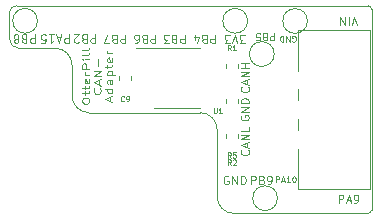
<source format=gto>
G04 #@! TF.GenerationSoftware,KiCad,Pcbnew,6.0.0-d3dd2cf0fa~116~ubuntu20.04.1*
G04 #@! TF.CreationDate,2022-01-19T00:38:57+01:00*
G04 #@! TF.ProjectId,OtterPill-CAN,4f747465-7250-4696-9c6c-2d43414e2e6b,rev?*
G04 #@! TF.SameCoordinates,Original*
G04 #@! TF.FileFunction,Legend,Top*
G04 #@! TF.FilePolarity,Positive*
%FSLAX46Y46*%
G04 Gerber Fmt 4.6, Leading zero omitted, Abs format (unit mm)*
G04 Created by KiCad (PCBNEW 6.0.0-d3dd2cf0fa~116~ubuntu20.04.1) date 2022-01-19 00:38:57*
%MOMM*%
%LPD*%
G01*
G04 APERTURE LIST*
G04 #@! TA.AperFunction,Profile*
%ADD10C,0.050000*%
G04 #@! TD*
%ADD11C,0.100000*%
%ADD12C,0.120000*%
%ADD13C,0.112500*%
G04 APERTURE END LIST*
D10*
X62900000Y-37400000D02*
G75*
G03*
X63200000Y-37100000I0J300000D01*
G01*
X63200000Y-20100000D02*
G75*
G03*
X62900000Y-19800000I-300000J0D01*
G01*
X33140000Y-19800000D02*
G75*
G03*
X32530000Y-20410000I0J-610000D01*
G01*
D11*
X57765610Y-21100000D02*
G75*
G03*
X57765610Y-21100000I-1045610J0D01*
G01*
X55225610Y-36100000D02*
G75*
G03*
X55225610Y-36100000I-1045610J0D01*
G01*
X34905610Y-21090000D02*
G75*
G03*
X34905610Y-21090000I-1045610J0D01*
G01*
X52695610Y-21090000D02*
G75*
G03*
X52695610Y-21090000I-1045610J0D01*
G01*
X54945610Y-23900000D02*
G75*
G03*
X54945610Y-23900000I-1045610J0D01*
G01*
D10*
X33320000Y-23405246D02*
X36404426Y-23405246D01*
X32530000Y-22615246D02*
G75*
G03*
X33320000Y-23405246I790000J0D01*
G01*
X37834459Y-24835279D02*
G75*
G03*
X36404426Y-23405246I-1430033J0D01*
G01*
X37834459Y-27430000D02*
X37834459Y-24835279D01*
D11*
X52140000Y-29113333D02*
X52106666Y-29180000D01*
X52106666Y-29280000D01*
X52140000Y-29380000D01*
X52206666Y-29446666D01*
X52273333Y-29480000D01*
X52406666Y-29513333D01*
X52506666Y-29513333D01*
X52640000Y-29480000D01*
X52706666Y-29446666D01*
X52773333Y-29380000D01*
X52806666Y-29280000D01*
X52806666Y-29213333D01*
X52773333Y-29113333D01*
X52740000Y-29080000D01*
X52506666Y-29080000D01*
X52506666Y-29213333D01*
X52806666Y-28780000D02*
X52106666Y-28780000D01*
X52806666Y-28380000D01*
X52106666Y-28380000D01*
X52806666Y-28046666D02*
X52106666Y-28046666D01*
X52106666Y-27880000D01*
X52140000Y-27780000D01*
X52206666Y-27713333D01*
X52273333Y-27680000D01*
X52406666Y-27646666D01*
X52506666Y-27646666D01*
X52640000Y-27680000D01*
X52706666Y-27713333D01*
X52773333Y-27780000D01*
X52806666Y-27880000D01*
X52806666Y-28046666D01*
X52750000Y-32033333D02*
X52783333Y-32066666D01*
X52816666Y-32166666D01*
X52816666Y-32233333D01*
X52783333Y-32333333D01*
X52716666Y-32400000D01*
X52650000Y-32433333D01*
X52516666Y-32466666D01*
X52416666Y-32466666D01*
X52283333Y-32433333D01*
X52216666Y-32400000D01*
X52150000Y-32333333D01*
X52116666Y-32233333D01*
X52116666Y-32166666D01*
X52150000Y-32066666D01*
X52183333Y-32033333D01*
X52616666Y-31766666D02*
X52616666Y-31433333D01*
X52816666Y-31833333D02*
X52116666Y-31600000D01*
X52816666Y-31366666D01*
X52816666Y-31133333D02*
X52116666Y-31133333D01*
X52816666Y-30733333D01*
X52116666Y-30733333D01*
X52816666Y-30066666D02*
X52816666Y-30400000D01*
X52116666Y-30400000D01*
X52760000Y-26696666D02*
X52793333Y-26730000D01*
X52826666Y-26830000D01*
X52826666Y-26896666D01*
X52793333Y-26996666D01*
X52726666Y-27063333D01*
X52660000Y-27096666D01*
X52526666Y-27130000D01*
X52426666Y-27130000D01*
X52293333Y-27096666D01*
X52226666Y-27063333D01*
X52160000Y-26996666D01*
X52126666Y-26896666D01*
X52126666Y-26830000D01*
X52160000Y-26730000D01*
X52193333Y-26696666D01*
X52626666Y-26430000D02*
X52626666Y-26096666D01*
X52826666Y-26496666D02*
X52126666Y-26263333D01*
X52826666Y-26030000D01*
X52826666Y-25796666D02*
X52126666Y-25796666D01*
X52826666Y-25396666D01*
X52126666Y-25396666D01*
X52826666Y-25063333D02*
X52126666Y-25063333D01*
X52460000Y-25063333D02*
X52460000Y-24663333D01*
X52826666Y-24663333D02*
X52126666Y-24663333D01*
D10*
X50115574Y-35969966D02*
G75*
G03*
X51545608Y-37400000I1430034J0D01*
G01*
X37834459Y-27430000D02*
G75*
G03*
X39264493Y-28860034I1430034J0D01*
G01*
X48685540Y-28860000D02*
X39264493Y-28860034D01*
X50115574Y-30290034D02*
G75*
G03*
X48685540Y-28860000I-1430034J0D01*
G01*
X50115574Y-35969966D02*
X50115574Y-30290034D01*
D12*
X38705428Y-27923333D02*
X38705428Y-27770952D01*
X38734000Y-27694761D01*
X38791142Y-27618571D01*
X38905428Y-27580476D01*
X39105428Y-27580476D01*
X39219714Y-27618571D01*
X39276857Y-27694761D01*
X39305428Y-27770952D01*
X39305428Y-27923333D01*
X39276857Y-27999523D01*
X39219714Y-28075714D01*
X39105428Y-28113809D01*
X38905428Y-28113809D01*
X38791142Y-28075714D01*
X38734000Y-27999523D01*
X38705428Y-27923333D01*
X38905428Y-27351904D02*
X38905428Y-27047142D01*
X38705428Y-27237619D02*
X39219714Y-27237619D01*
X39276857Y-27199523D01*
X39305428Y-27123333D01*
X39305428Y-27047142D01*
X38905428Y-26894761D02*
X38905428Y-26590000D01*
X38705428Y-26780476D02*
X39219714Y-26780476D01*
X39276857Y-26742380D01*
X39305428Y-26666190D01*
X39305428Y-26590000D01*
X39276857Y-26018571D02*
X39305428Y-26094761D01*
X39305428Y-26247142D01*
X39276857Y-26323333D01*
X39219714Y-26361428D01*
X38991142Y-26361428D01*
X38934000Y-26323333D01*
X38905428Y-26247142D01*
X38905428Y-26094761D01*
X38934000Y-26018571D01*
X38991142Y-25980476D01*
X39048285Y-25980476D01*
X39105428Y-26361428D01*
X39305428Y-25637619D02*
X38905428Y-25637619D01*
X39019714Y-25637619D02*
X38962571Y-25599523D01*
X38934000Y-25561428D01*
X38905428Y-25485238D01*
X38905428Y-25409047D01*
X39305428Y-25142380D02*
X38705428Y-25142380D01*
X38705428Y-24837619D01*
X38734000Y-24761428D01*
X38762571Y-24723333D01*
X38819714Y-24685238D01*
X38905428Y-24685238D01*
X38962571Y-24723333D01*
X38991142Y-24761428D01*
X39019714Y-24837619D01*
X39019714Y-25142380D01*
X39305428Y-24342380D02*
X38905428Y-24342380D01*
X38705428Y-24342380D02*
X38734000Y-24380476D01*
X38762571Y-24342380D01*
X38734000Y-24304285D01*
X38705428Y-24342380D01*
X38762571Y-24342380D01*
X39305428Y-23847142D02*
X39276857Y-23923333D01*
X39219714Y-23961428D01*
X38705428Y-23961428D01*
X39305428Y-23428095D02*
X39276857Y-23504285D01*
X39219714Y-23542380D01*
X38705428Y-23542380D01*
X40214285Y-26799523D02*
X40242857Y-26837619D01*
X40271428Y-26951904D01*
X40271428Y-27028095D01*
X40242857Y-27142380D01*
X40185714Y-27218571D01*
X40128571Y-27256666D01*
X40014285Y-27294761D01*
X39928571Y-27294761D01*
X39814285Y-27256666D01*
X39757142Y-27218571D01*
X39700000Y-27142380D01*
X39671428Y-27028095D01*
X39671428Y-26951904D01*
X39700000Y-26837619D01*
X39728571Y-26799523D01*
X40100000Y-26494761D02*
X40100000Y-26113809D01*
X40271428Y-26570952D02*
X39671428Y-26304285D01*
X40271428Y-26037619D01*
X40271428Y-25770952D02*
X39671428Y-25770952D01*
X40271428Y-25313809D01*
X39671428Y-25313809D01*
X40042857Y-24932857D02*
X40042857Y-24323333D01*
X41066000Y-27885238D02*
X41066000Y-27504285D01*
X41237428Y-27961428D02*
X40637428Y-27694761D01*
X41237428Y-27428095D01*
X41237428Y-26818571D02*
X40637428Y-26818571D01*
X41208857Y-26818571D02*
X41237428Y-26894761D01*
X41237428Y-27047142D01*
X41208857Y-27123333D01*
X41180285Y-27161428D01*
X41123142Y-27199523D01*
X40951714Y-27199523D01*
X40894571Y-27161428D01*
X40866000Y-27123333D01*
X40837428Y-27047142D01*
X40837428Y-26894761D01*
X40866000Y-26818571D01*
X41237428Y-26094761D02*
X40923142Y-26094761D01*
X40866000Y-26132857D01*
X40837428Y-26209047D01*
X40837428Y-26361428D01*
X40866000Y-26437619D01*
X41208857Y-26094761D02*
X41237428Y-26170952D01*
X41237428Y-26361428D01*
X41208857Y-26437619D01*
X41151714Y-26475714D01*
X41094571Y-26475714D01*
X41037428Y-26437619D01*
X41008857Y-26361428D01*
X41008857Y-26170952D01*
X40980285Y-26094761D01*
X40837428Y-25713809D02*
X41437428Y-25713809D01*
X40866000Y-25713809D02*
X40837428Y-25637619D01*
X40837428Y-25485238D01*
X40866000Y-25409047D01*
X40894571Y-25370952D01*
X40951714Y-25332857D01*
X41123142Y-25332857D01*
X41180285Y-25370952D01*
X41208857Y-25409047D01*
X41237428Y-25485238D01*
X41237428Y-25637619D01*
X41208857Y-25713809D01*
X40837428Y-25104285D02*
X40837428Y-24799523D01*
X40637428Y-24990000D02*
X41151714Y-24990000D01*
X41208857Y-24951904D01*
X41237428Y-24875714D01*
X41237428Y-24799523D01*
X41208857Y-24228095D02*
X41237428Y-24304285D01*
X41237428Y-24456666D01*
X41208857Y-24532857D01*
X41151714Y-24570952D01*
X40923142Y-24570952D01*
X40866000Y-24532857D01*
X40837428Y-24456666D01*
X40837428Y-24304285D01*
X40866000Y-24228095D01*
X40923142Y-24190000D01*
X40980285Y-24190000D01*
X41037428Y-24570952D01*
X41237428Y-23847142D02*
X40837428Y-23847142D01*
X40951714Y-23847142D02*
X40894571Y-23809047D01*
X40866000Y-23770952D01*
X40837428Y-23694761D01*
X40837428Y-23618571D01*
D11*
X51061666Y-34250000D02*
X50995000Y-34216666D01*
X50895000Y-34216666D01*
X50795000Y-34250000D01*
X50728333Y-34316666D01*
X50695000Y-34383333D01*
X50661666Y-34516666D01*
X50661666Y-34616666D01*
X50695000Y-34750000D01*
X50728333Y-34816666D01*
X50795000Y-34883333D01*
X50895000Y-34916666D01*
X50961666Y-34916666D01*
X51061666Y-34883333D01*
X51095000Y-34850000D01*
X51095000Y-34616666D01*
X50961666Y-34616666D01*
X51395000Y-34916666D02*
X51395000Y-34216666D01*
X51795000Y-34916666D01*
X51795000Y-34216666D01*
X52128333Y-34916666D02*
X52128333Y-34216666D01*
X52295000Y-34216666D01*
X52395000Y-34250000D01*
X52461666Y-34316666D01*
X52495000Y-34383333D01*
X52528333Y-34516666D01*
X52528333Y-34616666D01*
X52495000Y-34750000D01*
X52461666Y-34816666D01*
X52395000Y-34883333D01*
X52295000Y-34916666D01*
X52128333Y-34916666D01*
X52983333Y-34916666D02*
X52983333Y-34216666D01*
X53250000Y-34216666D01*
X53316666Y-34250000D01*
X53350000Y-34283333D01*
X53383333Y-34350000D01*
X53383333Y-34450000D01*
X53350000Y-34516666D01*
X53316666Y-34550000D01*
X53250000Y-34583333D01*
X52983333Y-34583333D01*
X53916666Y-34550000D02*
X54016666Y-34583333D01*
X54050000Y-34616666D01*
X54083333Y-34683333D01*
X54083333Y-34783333D01*
X54050000Y-34850000D01*
X54016666Y-34883333D01*
X53950000Y-34916666D01*
X53683333Y-34916666D01*
X53683333Y-34216666D01*
X53916666Y-34216666D01*
X53983333Y-34250000D01*
X54016666Y-34283333D01*
X54050000Y-34350000D01*
X54050000Y-34416666D01*
X54016666Y-34483333D01*
X53983333Y-34516666D01*
X53916666Y-34550000D01*
X53683333Y-34550000D01*
X54416666Y-34916666D02*
X54550000Y-34916666D01*
X54616666Y-34883333D01*
X54650000Y-34850000D01*
X54716666Y-34750000D01*
X54750000Y-34616666D01*
X54750000Y-34350000D01*
X54716666Y-34283333D01*
X54683333Y-34250000D01*
X54616666Y-34216666D01*
X54483333Y-34216666D01*
X54416666Y-34250000D01*
X54383333Y-34283333D01*
X54350000Y-34350000D01*
X54350000Y-34516666D01*
X54383333Y-34583333D01*
X54416666Y-34616666D01*
X54483333Y-34650000D01*
X54616666Y-34650000D01*
X54683333Y-34616666D01*
X54716666Y-34583333D01*
X54750000Y-34516666D01*
X55108571Y-34756190D02*
X55108571Y-34256190D01*
X55299047Y-34256190D01*
X55346666Y-34280000D01*
X55370476Y-34303809D01*
X55394285Y-34351428D01*
X55394285Y-34422857D01*
X55370476Y-34470476D01*
X55346666Y-34494285D01*
X55299047Y-34518095D01*
X55108571Y-34518095D01*
X55584761Y-34613333D02*
X55822857Y-34613333D01*
X55537142Y-34756190D02*
X55703809Y-34256190D01*
X55870476Y-34756190D01*
X56299047Y-34756190D02*
X56013333Y-34756190D01*
X56156190Y-34756190D02*
X56156190Y-34256190D01*
X56108571Y-34327619D01*
X56060952Y-34375238D01*
X56013333Y-34399047D01*
X56608571Y-34256190D02*
X56656190Y-34256190D01*
X56703809Y-34280000D01*
X56727619Y-34303809D01*
X56751428Y-34351428D01*
X56775238Y-34446666D01*
X56775238Y-34565714D01*
X56751428Y-34660952D01*
X56727619Y-34708571D01*
X56703809Y-34732380D01*
X56656190Y-34756190D01*
X56608571Y-34756190D01*
X56560952Y-34732380D01*
X56537142Y-34708571D01*
X56513333Y-34660952D01*
X56489523Y-34565714D01*
X56489523Y-34446666D01*
X56513333Y-34351428D01*
X56537142Y-34303809D01*
X56560952Y-34280000D01*
X56608571Y-34256190D01*
X60413333Y-36496666D02*
X60413333Y-35796666D01*
X60680000Y-35796666D01*
X60746666Y-35830000D01*
X60780000Y-35863333D01*
X60813333Y-35930000D01*
X60813333Y-36030000D01*
X60780000Y-36096666D01*
X60746666Y-36130000D01*
X60680000Y-36163333D01*
X60413333Y-36163333D01*
X61080000Y-36296666D02*
X61413333Y-36296666D01*
X61013333Y-36496666D02*
X61246666Y-35796666D01*
X61480000Y-36496666D01*
X61746666Y-36496666D02*
X61880000Y-36496666D01*
X61946666Y-36463333D01*
X61980000Y-36430000D01*
X62046666Y-36330000D01*
X62080000Y-36196666D01*
X62080000Y-35930000D01*
X62046666Y-35863333D01*
X62013333Y-35830000D01*
X61946666Y-35796666D01*
X61813333Y-35796666D01*
X61746666Y-35830000D01*
X61713333Y-35863333D01*
X61680000Y-35930000D01*
X61680000Y-36096666D01*
X61713333Y-36163333D01*
X61746666Y-36196666D01*
X61813333Y-36230000D01*
X61946666Y-36230000D01*
X62013333Y-36196666D01*
X62046666Y-36163333D01*
X62080000Y-36096666D01*
X61976666Y-21453333D02*
X61743333Y-20753333D01*
X61510000Y-21453333D01*
X61276666Y-20753333D02*
X61276666Y-21453333D01*
X60943333Y-20753333D02*
X60943333Y-21453333D01*
X60543333Y-20753333D01*
X60543333Y-21453333D01*
X56500952Y-22820000D02*
X56548571Y-22843809D01*
X56620000Y-22843809D01*
X56691428Y-22820000D01*
X56739047Y-22772380D01*
X56762857Y-22724761D01*
X56786666Y-22629523D01*
X56786666Y-22558095D01*
X56762857Y-22462857D01*
X56739047Y-22415238D01*
X56691428Y-22367619D01*
X56620000Y-22343809D01*
X56572380Y-22343809D01*
X56500952Y-22367619D01*
X56477142Y-22391428D01*
X56477142Y-22558095D01*
X56572380Y-22558095D01*
X56262857Y-22343809D02*
X56262857Y-22843809D01*
X55977142Y-22343809D01*
X55977142Y-22843809D01*
X55739047Y-22343809D02*
X55739047Y-22843809D01*
X55620000Y-22843809D01*
X55548571Y-22820000D01*
X55500952Y-22772380D01*
X55477142Y-22724761D01*
X55453333Y-22629523D01*
X55453333Y-22558095D01*
X55477142Y-22462857D01*
X55500952Y-22415238D01*
X55548571Y-22367619D01*
X55620000Y-22343809D01*
X55739047Y-22343809D01*
X54912857Y-22118571D02*
X54912857Y-22718571D01*
X54684285Y-22718571D01*
X54627142Y-22690000D01*
X54598571Y-22661428D01*
X54570000Y-22604285D01*
X54570000Y-22518571D01*
X54598571Y-22461428D01*
X54627142Y-22432857D01*
X54684285Y-22404285D01*
X54912857Y-22404285D01*
X54112857Y-22432857D02*
X54027142Y-22404285D01*
X53998571Y-22375714D01*
X53970000Y-22318571D01*
X53970000Y-22232857D01*
X53998571Y-22175714D01*
X54027142Y-22147142D01*
X54084285Y-22118571D01*
X54312857Y-22118571D01*
X54312857Y-22718571D01*
X54112857Y-22718571D01*
X54055714Y-22690000D01*
X54027142Y-22661428D01*
X53998571Y-22604285D01*
X53998571Y-22547142D01*
X54027142Y-22490000D01*
X54055714Y-22461428D01*
X54112857Y-22432857D01*
X54312857Y-22432857D01*
X53427142Y-22718571D02*
X53712857Y-22718571D01*
X53741428Y-22432857D01*
X53712857Y-22461428D01*
X53655714Y-22490000D01*
X53512857Y-22490000D01*
X53455714Y-22461428D01*
X53427142Y-22432857D01*
X53398571Y-22375714D01*
X53398571Y-22232857D01*
X53427142Y-22175714D01*
X53455714Y-22147142D01*
X53512857Y-22118571D01*
X53655714Y-22118571D01*
X53712857Y-22147142D01*
X53741428Y-22175714D01*
X52461666Y-22963333D02*
X52028333Y-22963333D01*
X52261666Y-22696666D01*
X52161666Y-22696666D01*
X52095000Y-22663333D01*
X52061666Y-22630000D01*
X52028333Y-22563333D01*
X52028333Y-22396666D01*
X52061666Y-22330000D01*
X52095000Y-22296666D01*
X52161666Y-22263333D01*
X52361666Y-22263333D01*
X52428333Y-22296666D01*
X52461666Y-22330000D01*
X51828333Y-22963333D02*
X51595000Y-22263333D01*
X51361666Y-22963333D01*
X51195000Y-22963333D02*
X50761666Y-22963333D01*
X50995000Y-22696666D01*
X50895000Y-22696666D01*
X50828333Y-22663333D01*
X50795000Y-22630000D01*
X50761666Y-22563333D01*
X50761666Y-22396666D01*
X50795000Y-22330000D01*
X50828333Y-22296666D01*
X50895000Y-22263333D01*
X51095000Y-22263333D01*
X51161666Y-22296666D01*
X51195000Y-22330000D01*
X49921666Y-22253333D02*
X49921666Y-22953333D01*
X49655000Y-22953333D01*
X49588333Y-22920000D01*
X49555000Y-22886666D01*
X49521666Y-22820000D01*
X49521666Y-22720000D01*
X49555000Y-22653333D01*
X49588333Y-22620000D01*
X49655000Y-22586666D01*
X49921666Y-22586666D01*
X48988333Y-22620000D02*
X48888333Y-22586666D01*
X48855000Y-22553333D01*
X48821666Y-22486666D01*
X48821666Y-22386666D01*
X48855000Y-22320000D01*
X48888333Y-22286666D01*
X48955000Y-22253333D01*
X49221666Y-22253333D01*
X49221666Y-22953333D01*
X48988333Y-22953333D01*
X48921666Y-22920000D01*
X48888333Y-22886666D01*
X48855000Y-22820000D01*
X48855000Y-22753333D01*
X48888333Y-22686666D01*
X48921666Y-22653333D01*
X48988333Y-22620000D01*
X49221666Y-22620000D01*
X48221666Y-22720000D02*
X48221666Y-22253333D01*
X48388333Y-22986666D02*
X48555000Y-22486666D01*
X48121666Y-22486666D01*
X47371666Y-22253333D02*
X47371666Y-22953333D01*
X47105000Y-22953333D01*
X47038333Y-22920000D01*
X47005000Y-22886666D01*
X46971666Y-22820000D01*
X46971666Y-22720000D01*
X47005000Y-22653333D01*
X47038333Y-22620000D01*
X47105000Y-22586666D01*
X47371666Y-22586666D01*
X46438333Y-22620000D02*
X46338333Y-22586666D01*
X46305000Y-22553333D01*
X46271666Y-22486666D01*
X46271666Y-22386666D01*
X46305000Y-22320000D01*
X46338333Y-22286666D01*
X46405000Y-22253333D01*
X46671666Y-22253333D01*
X46671666Y-22953333D01*
X46438333Y-22953333D01*
X46371666Y-22920000D01*
X46338333Y-22886666D01*
X46305000Y-22820000D01*
X46305000Y-22753333D01*
X46338333Y-22686666D01*
X46371666Y-22653333D01*
X46438333Y-22620000D01*
X46671666Y-22620000D01*
X46038333Y-22953333D02*
X45605000Y-22953333D01*
X45838333Y-22686666D01*
X45738333Y-22686666D01*
X45671666Y-22653333D01*
X45638333Y-22620000D01*
X45605000Y-22553333D01*
X45605000Y-22386666D01*
X45638333Y-22320000D01*
X45671666Y-22286666D01*
X45738333Y-22253333D01*
X45938333Y-22253333D01*
X46005000Y-22286666D01*
X46038333Y-22320000D01*
X44876666Y-22253333D02*
X44876666Y-22953333D01*
X44610000Y-22953333D01*
X44543333Y-22920000D01*
X44510000Y-22886666D01*
X44476666Y-22820000D01*
X44476666Y-22720000D01*
X44510000Y-22653333D01*
X44543333Y-22620000D01*
X44610000Y-22586666D01*
X44876666Y-22586666D01*
X43943333Y-22620000D02*
X43843333Y-22586666D01*
X43810000Y-22553333D01*
X43776666Y-22486666D01*
X43776666Y-22386666D01*
X43810000Y-22320000D01*
X43843333Y-22286666D01*
X43910000Y-22253333D01*
X44176666Y-22253333D01*
X44176666Y-22953333D01*
X43943333Y-22953333D01*
X43876666Y-22920000D01*
X43843333Y-22886666D01*
X43810000Y-22820000D01*
X43810000Y-22753333D01*
X43843333Y-22686666D01*
X43876666Y-22653333D01*
X43943333Y-22620000D01*
X44176666Y-22620000D01*
X43176666Y-22953333D02*
X43310000Y-22953333D01*
X43376666Y-22920000D01*
X43410000Y-22886666D01*
X43476666Y-22786666D01*
X43510000Y-22653333D01*
X43510000Y-22386666D01*
X43476666Y-22320000D01*
X43443333Y-22286666D01*
X43376666Y-22253333D01*
X43243333Y-22253333D01*
X43176666Y-22286666D01*
X43143333Y-22320000D01*
X43110000Y-22386666D01*
X43110000Y-22553333D01*
X43143333Y-22620000D01*
X43176666Y-22653333D01*
X43243333Y-22686666D01*
X43376666Y-22686666D01*
X43443333Y-22653333D01*
X43476666Y-22620000D01*
X43510000Y-22553333D01*
X42321666Y-22253333D02*
X42321666Y-22953333D01*
X42055000Y-22953333D01*
X41988333Y-22920000D01*
X41955000Y-22886666D01*
X41921666Y-22820000D01*
X41921666Y-22720000D01*
X41955000Y-22653333D01*
X41988333Y-22620000D01*
X42055000Y-22586666D01*
X42321666Y-22586666D01*
X41388333Y-22620000D02*
X41288333Y-22586666D01*
X41255000Y-22553333D01*
X41221666Y-22486666D01*
X41221666Y-22386666D01*
X41255000Y-22320000D01*
X41288333Y-22286666D01*
X41355000Y-22253333D01*
X41621666Y-22253333D01*
X41621666Y-22953333D01*
X41388333Y-22953333D01*
X41321666Y-22920000D01*
X41288333Y-22886666D01*
X41255000Y-22820000D01*
X41255000Y-22753333D01*
X41288333Y-22686666D01*
X41321666Y-22653333D01*
X41388333Y-22620000D01*
X41621666Y-22620000D01*
X40988333Y-22953333D02*
X40521666Y-22953333D01*
X40821666Y-22253333D01*
X39771666Y-22243333D02*
X39771666Y-22943333D01*
X39505000Y-22943333D01*
X39438333Y-22910000D01*
X39405000Y-22876666D01*
X39371666Y-22810000D01*
X39371666Y-22710000D01*
X39405000Y-22643333D01*
X39438333Y-22610000D01*
X39505000Y-22576666D01*
X39771666Y-22576666D01*
X38838333Y-22610000D02*
X38738333Y-22576666D01*
X38705000Y-22543333D01*
X38671666Y-22476666D01*
X38671666Y-22376666D01*
X38705000Y-22310000D01*
X38738333Y-22276666D01*
X38805000Y-22243333D01*
X39071666Y-22243333D01*
X39071666Y-22943333D01*
X38838333Y-22943333D01*
X38771666Y-22910000D01*
X38738333Y-22876666D01*
X38705000Y-22810000D01*
X38705000Y-22743333D01*
X38738333Y-22676666D01*
X38771666Y-22643333D01*
X38838333Y-22610000D01*
X39071666Y-22610000D01*
X38405000Y-22876666D02*
X38371666Y-22910000D01*
X38305000Y-22943333D01*
X38138333Y-22943333D01*
X38071666Y-22910000D01*
X38038333Y-22876666D01*
X38005000Y-22810000D01*
X38005000Y-22743333D01*
X38038333Y-22643333D01*
X38438333Y-22243333D01*
X38005000Y-22243333D01*
X37540000Y-22243333D02*
X37540000Y-22943333D01*
X37273333Y-22943333D01*
X37206666Y-22910000D01*
X37173333Y-22876666D01*
X37140000Y-22810000D01*
X37140000Y-22710000D01*
X37173333Y-22643333D01*
X37206666Y-22610000D01*
X37273333Y-22576666D01*
X37540000Y-22576666D01*
X36873333Y-22443333D02*
X36540000Y-22443333D01*
X36940000Y-22243333D02*
X36706666Y-22943333D01*
X36473333Y-22243333D01*
X35873333Y-22243333D02*
X36273333Y-22243333D01*
X36073333Y-22243333D02*
X36073333Y-22943333D01*
X36140000Y-22843333D01*
X36206666Y-22776666D01*
X36273333Y-22743333D01*
X35240000Y-22943333D02*
X35573333Y-22943333D01*
X35606666Y-22610000D01*
X35573333Y-22643333D01*
X35506666Y-22676666D01*
X35340000Y-22676666D01*
X35273333Y-22643333D01*
X35240000Y-22610000D01*
X35206666Y-22543333D01*
X35206666Y-22376666D01*
X35240000Y-22310000D01*
X35273333Y-22276666D01*
X35340000Y-22243333D01*
X35506666Y-22243333D01*
X35573333Y-22276666D01*
X35606666Y-22310000D01*
X34666666Y-22243333D02*
X34666666Y-22943333D01*
X34400000Y-22943333D01*
X34333333Y-22910000D01*
X34300000Y-22876666D01*
X34266666Y-22810000D01*
X34266666Y-22710000D01*
X34300000Y-22643333D01*
X34333333Y-22610000D01*
X34400000Y-22576666D01*
X34666666Y-22576666D01*
X33733333Y-22610000D02*
X33633333Y-22576666D01*
X33600000Y-22543333D01*
X33566666Y-22476666D01*
X33566666Y-22376666D01*
X33600000Y-22310000D01*
X33633333Y-22276666D01*
X33700000Y-22243333D01*
X33966666Y-22243333D01*
X33966666Y-22943333D01*
X33733333Y-22943333D01*
X33666666Y-22910000D01*
X33633333Y-22876666D01*
X33600000Y-22810000D01*
X33600000Y-22743333D01*
X33633333Y-22676666D01*
X33666666Y-22643333D01*
X33733333Y-22610000D01*
X33966666Y-22610000D01*
X33166666Y-22643333D02*
X33233333Y-22676666D01*
X33266666Y-22710000D01*
X33300000Y-22776666D01*
X33300000Y-22810000D01*
X33266666Y-22876666D01*
X33233333Y-22910000D01*
X33166666Y-22943333D01*
X33033333Y-22943333D01*
X32966666Y-22910000D01*
X32933333Y-22876666D01*
X32900000Y-22810000D01*
X32900000Y-22776666D01*
X32933333Y-22710000D01*
X32966666Y-22676666D01*
X33033333Y-22643333D01*
X33166666Y-22643333D01*
X33233333Y-22610000D01*
X33266666Y-22576666D01*
X33300000Y-22510000D01*
X33300000Y-22376666D01*
X33266666Y-22310000D01*
X33233333Y-22276666D01*
X33166666Y-22243333D01*
X33033333Y-22243333D01*
X32966666Y-22276666D01*
X32933333Y-22310000D01*
X32900000Y-22376666D01*
X32900000Y-22510000D01*
X32933333Y-22576666D01*
X32966666Y-22610000D01*
X33033333Y-22643333D01*
D10*
X32530000Y-20410000D02*
X32530000Y-22615246D01*
X62900000Y-19800000D02*
X33140000Y-19800000D01*
X63200000Y-20100000D02*
X63200000Y-37100000D01*
X51545608Y-37400000D02*
X62900000Y-37400000D01*
D13*
X42235000Y-27860714D02*
X42213571Y-27882142D01*
X42149285Y-27903571D01*
X42106428Y-27903571D01*
X42042142Y-27882142D01*
X41999285Y-27839285D01*
X41977857Y-27796428D01*
X41956428Y-27710714D01*
X41956428Y-27646428D01*
X41977857Y-27560714D01*
X41999285Y-27517857D01*
X42042142Y-27475000D01*
X42106428Y-27453571D01*
X42149285Y-27453571D01*
X42213571Y-27475000D01*
X42235000Y-27496428D01*
X42449285Y-27903571D02*
X42535000Y-27903571D01*
X42577857Y-27882142D01*
X42599285Y-27860714D01*
X42642142Y-27796428D01*
X42663571Y-27710714D01*
X42663571Y-27539285D01*
X42642142Y-27496428D01*
X42620714Y-27475000D01*
X42577857Y-27453571D01*
X42492142Y-27453571D01*
X42449285Y-27475000D01*
X42427857Y-27496428D01*
X42406428Y-27539285D01*
X42406428Y-27646428D01*
X42427857Y-27689285D01*
X42449285Y-27710714D01*
X42492142Y-27732142D01*
X42577857Y-27732142D01*
X42620714Y-27710714D01*
X42642142Y-27689285D01*
X42663571Y-27646428D01*
X51275000Y-32683571D02*
X51125000Y-32469285D01*
X51017857Y-32683571D02*
X51017857Y-32233571D01*
X51189285Y-32233571D01*
X51232142Y-32255000D01*
X51253571Y-32276428D01*
X51275000Y-32319285D01*
X51275000Y-32383571D01*
X51253571Y-32426428D01*
X51232142Y-32447857D01*
X51189285Y-32469285D01*
X51017857Y-32469285D01*
X51682142Y-32233571D02*
X51467857Y-32233571D01*
X51446428Y-32447857D01*
X51467857Y-32426428D01*
X51510714Y-32405000D01*
X51617857Y-32405000D01*
X51660714Y-32426428D01*
X51682142Y-32447857D01*
X51703571Y-32490714D01*
X51703571Y-32597857D01*
X51682142Y-32640714D01*
X51660714Y-32662142D01*
X51617857Y-32683571D01*
X51510714Y-32683571D01*
X51467857Y-32662142D01*
X51446428Y-32640714D01*
X49817142Y-28483571D02*
X49817142Y-28847857D01*
X49838571Y-28890714D01*
X49860000Y-28912142D01*
X49902857Y-28933571D01*
X49988571Y-28933571D01*
X50031428Y-28912142D01*
X50052857Y-28890714D01*
X50074285Y-28847857D01*
X50074285Y-28483571D01*
X50524285Y-28933571D02*
X50267142Y-28933571D01*
X50395714Y-28933571D02*
X50395714Y-28483571D01*
X50352857Y-28547857D01*
X50310000Y-28590714D01*
X50267142Y-28612142D01*
X51275000Y-33273571D02*
X51125000Y-33059285D01*
X51017857Y-33273571D02*
X51017857Y-32823571D01*
X51189285Y-32823571D01*
X51232142Y-32845000D01*
X51253571Y-32866428D01*
X51275000Y-32909285D01*
X51275000Y-32973571D01*
X51253571Y-33016428D01*
X51232142Y-33037857D01*
X51189285Y-33059285D01*
X51017857Y-33059285D01*
X51446428Y-32866428D02*
X51467857Y-32845000D01*
X51510714Y-32823571D01*
X51617857Y-32823571D01*
X51660714Y-32845000D01*
X51682142Y-32866428D01*
X51703571Y-32909285D01*
X51703571Y-32952142D01*
X51682142Y-33016428D01*
X51425000Y-33273571D01*
X51703571Y-33273571D01*
X51275000Y-23593571D02*
X51125000Y-23379285D01*
X51017857Y-23593571D02*
X51017857Y-23143571D01*
X51189285Y-23143571D01*
X51232142Y-23165000D01*
X51253571Y-23186428D01*
X51275000Y-23229285D01*
X51275000Y-23293571D01*
X51253571Y-23336428D01*
X51232142Y-23357857D01*
X51189285Y-23379285D01*
X51017857Y-23379285D01*
X51703571Y-23593571D02*
X51446428Y-23593571D01*
X51575000Y-23593571D02*
X51575000Y-23143571D01*
X51532142Y-23207857D01*
X51489285Y-23250714D01*
X51446428Y-23272142D01*
D11*
X63090000Y-21900000D02*
X56990000Y-21900000D01*
X56990000Y-35300000D02*
X63090000Y-35300000D01*
X63090000Y-35300000D02*
X63090000Y-21900000D01*
X56990000Y-35300000D02*
X56990000Y-31900000D01*
X56990000Y-27800000D02*
X56990000Y-26900000D01*
X56990000Y-25300000D02*
X56990000Y-21900000D01*
X56990000Y-30300000D02*
X56990000Y-29400000D01*
D12*
X42810000Y-26122779D02*
X42810000Y-25797221D01*
X41790000Y-26122779D02*
X41790000Y-25797221D01*
X51860000Y-30697221D02*
X51860000Y-31022779D01*
X50840000Y-30697221D02*
X50840000Y-31022779D01*
X46740000Y-28500000D02*
X48690000Y-28500000D01*
X46740000Y-28500000D02*
X44790000Y-28500000D01*
X46740000Y-23380000D02*
X48690000Y-23380000D01*
X46740000Y-23380000D02*
X43290000Y-23380000D01*
X50840000Y-27737221D02*
X50840000Y-28062779D01*
X51860000Y-27737221D02*
X51860000Y-28062779D01*
X51860000Y-24779721D02*
X51860000Y-25105279D01*
X50840000Y-24779721D02*
X50840000Y-25105279D01*
M02*

</source>
